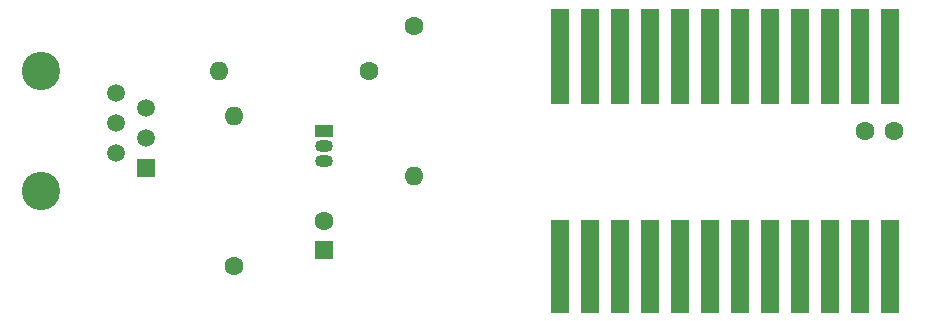
<source format=gbr>
%TF.GenerationSoftware,KiCad,Pcbnew,(6.0.9)*%
%TF.CreationDate,2022-11-22T09:39:27+01:00*%
%TF.ProjectId,esp32_ttgo_capaci.kicad_af,65737033-325f-4747-9467-6f5f63617061,rev?*%
%TF.SameCoordinates,Original*%
%TF.FileFunction,Soldermask,Bot*%
%TF.FilePolarity,Negative*%
%FSLAX46Y46*%
G04 Gerber Fmt 4.6, Leading zero omitted, Abs format (unit mm)*
G04 Created by KiCad (PCBNEW (6.0.9)) date 2022-11-22 09:39:27*
%MOMM*%
%LPD*%
G01*
G04 APERTURE LIST*
%ADD10C,1.600000*%
%ADD11O,1.600000X1.600000*%
%ADD12R,1.600000X1.600000*%
%ADD13R,1.500000X1.050000*%
%ADD14O,1.500000X1.050000*%
%ADD15R,1.524000X3.000000*%
%ADD16C,3.250000*%
%ADD17R,1.520000X1.520000*%
%ADD18C,1.520000*%
G04 APERTURE END LIST*
D10*
%TO.C,R2*%
X55880000Y-21590000D03*
D11*
X55880000Y-34290000D03*
%TD*%
D12*
%TO.C,C1*%
X48260000Y-40600000D03*
D10*
X48260000Y-38100000D03*
%TD*%
D13*
%TO.C,Q1*%
X48260000Y-30480000D03*
D14*
X48260000Y-31750000D03*
X48260000Y-33020000D03*
%TD*%
D10*
%TO.C,R3*%
X52070000Y-25400000D03*
D11*
X39370000Y-25400000D03*
%TD*%
D10*
%TO.C,C2*%
X96520000Y-30480000D03*
X94020000Y-30480000D03*
%TD*%
D15*
%TO.C,MCU1*%
X96175000Y-24257000D03*
X96175000Y-21590000D03*
X96175000Y-26797000D03*
X93635000Y-24257000D03*
X93635000Y-21590000D03*
X93635000Y-26797000D03*
X91095000Y-26797000D03*
X91095000Y-24257000D03*
X91095000Y-21590000D03*
X88555000Y-21590000D03*
X88555000Y-26797000D03*
X88555000Y-24257000D03*
X86015000Y-21590000D03*
X86015000Y-24257000D03*
X86015000Y-26797000D03*
X83475000Y-26797000D03*
X83475000Y-24257000D03*
X83475000Y-21590000D03*
X80935000Y-24257000D03*
X80935000Y-21590000D03*
X80935000Y-26797000D03*
X78395000Y-26797000D03*
X78395000Y-21590000D03*
X78395000Y-24257000D03*
X75855000Y-21590000D03*
X75855000Y-24257000D03*
X75855000Y-26797000D03*
X73315000Y-24257000D03*
X73315000Y-26797000D03*
X73315000Y-21590000D03*
X70775000Y-24257000D03*
X70775000Y-21590000D03*
X70775000Y-26797000D03*
X68235000Y-21590000D03*
X68235000Y-26797000D03*
X68235000Y-24257000D03*
X96175000Y-42037000D03*
X96175000Y-39497000D03*
X96175000Y-44450000D03*
X93635000Y-44450000D03*
X93635000Y-42037000D03*
X93635000Y-39497000D03*
X91095000Y-42037000D03*
X91095000Y-39497000D03*
X91095000Y-44450000D03*
X88555000Y-42037000D03*
X88555000Y-44450000D03*
X88555000Y-39497000D03*
X86015000Y-39497000D03*
X86015000Y-42037000D03*
X86015000Y-44450000D03*
X83475000Y-42037000D03*
X83475000Y-39497000D03*
X83475000Y-44450000D03*
X80935000Y-42037000D03*
X80935000Y-44450000D03*
X80935000Y-39497000D03*
X78395000Y-44450000D03*
X78395000Y-39497000D03*
X78395000Y-42037000D03*
X75855000Y-42037000D03*
X75855000Y-39497000D03*
X75855000Y-44450000D03*
X73315000Y-42037000D03*
X73315000Y-44450000D03*
X73315000Y-39497000D03*
X70775000Y-42037000D03*
X70775000Y-39497000D03*
X70775000Y-44450000D03*
X68235000Y-44450000D03*
X68235000Y-42037000D03*
X68235000Y-39497000D03*
%TD*%
D10*
%TO.C,R1*%
X40640000Y-41910000D03*
D11*
X40640000Y-29210000D03*
%TD*%
D16*
%TO.C,J1*%
X24280000Y-25400000D03*
X24280000Y-35560000D03*
D17*
X33170000Y-33650000D03*
D18*
X30630000Y-32380000D03*
X33170000Y-31110000D03*
X30630000Y-29840000D03*
X33170000Y-28570000D03*
X30630000Y-27300000D03*
%TD*%
M02*

</source>
